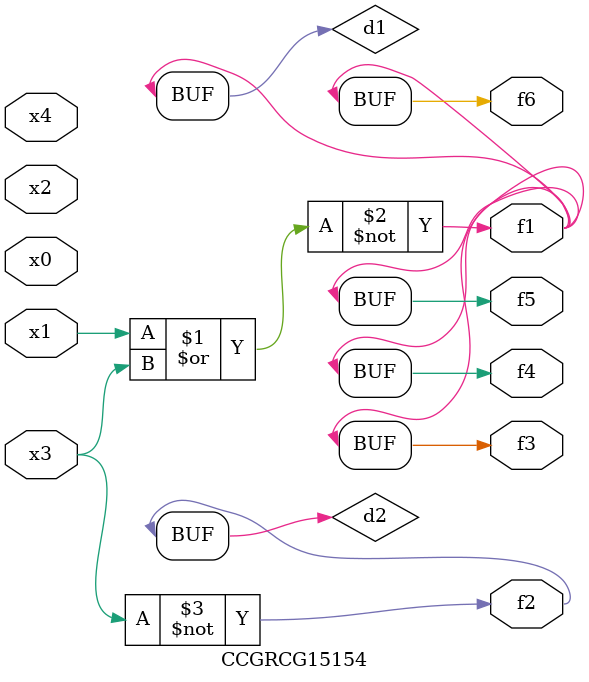
<source format=v>
module CCGRCG15154(
	input x0, x1, x2, x3, x4,
	output f1, f2, f3, f4, f5, f6
);

	wire d1, d2;

	nor (d1, x1, x3);
	not (d2, x3);
	assign f1 = d1;
	assign f2 = d2;
	assign f3 = d1;
	assign f4 = d1;
	assign f5 = d1;
	assign f6 = d1;
endmodule

</source>
